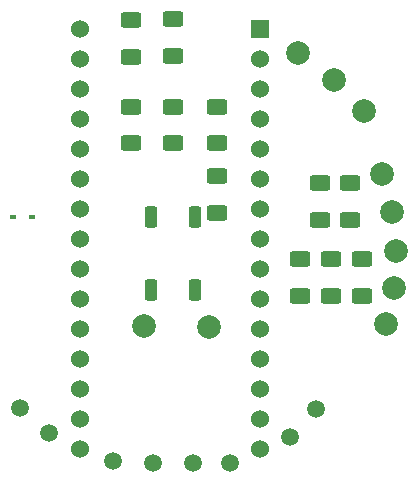
<source format=gbr>
%TF.GenerationSoftware,KiCad,Pcbnew,(6.0.8)*%
%TF.CreationDate,2022-11-18T04:38:56-05:00*%
%TF.ProjectId,Armstrong_v2.0,41726d73-7472-46f6-9e67-5f76322e302e,rev?*%
%TF.SameCoordinates,Original*%
%TF.FileFunction,Soldermask,Bot*%
%TF.FilePolarity,Negative*%
%FSLAX46Y46*%
G04 Gerber Fmt 4.6, Leading zero omitted, Abs format (unit mm)*
G04 Created by KiCad (PCBNEW (6.0.8)) date 2022-11-18 04:38:56*
%MOMM*%
%LPD*%
G01*
G04 APERTURE LIST*
G04 Aperture macros list*
%AMRoundRect*
0 Rectangle with rounded corners*
0 $1 Rounding radius*
0 $2 $3 $4 $5 $6 $7 $8 $9 X,Y pos of 4 corners*
0 Add a 4 corners polygon primitive as box body*
4,1,4,$2,$3,$4,$5,$6,$7,$8,$9,$2,$3,0*
0 Add four circle primitives for the rounded corners*
1,1,$1+$1,$2,$3*
1,1,$1+$1,$4,$5*
1,1,$1+$1,$6,$7*
1,1,$1+$1,$8,$9*
0 Add four rect primitives between the rounded corners*
20,1,$1+$1,$2,$3,$4,$5,0*
20,1,$1+$1,$4,$5,$6,$7,0*
20,1,$1+$1,$6,$7,$8,$9,0*
20,1,$1+$1,$8,$9,$2,$3,0*%
G04 Aperture macros list end*
%ADD10C,2.000000*%
%ADD11RoundRect,0.275000X-0.275000X0.625000X-0.275000X-0.625000X0.275000X-0.625000X0.275000X0.625000X0*%
%ADD12R,0.540000X0.420000*%
%ADD13RoundRect,0.250000X-0.625000X0.400000X-0.625000X-0.400000X0.625000X-0.400000X0.625000X0.400000X0*%
%ADD14RoundRect,0.250000X0.625000X-0.400000X0.625000X0.400000X-0.625000X0.400000X-0.625000X-0.400000X0*%
%ADD15C,1.500000*%
%ADD16R,1.524000X1.524000*%
%ADD17C,1.524000*%
G04 APERTURE END LIST*
D10*
%TO.C,TP20*%
X113650000Y-85300000D03*
%TD*%
%TO.C,TP19*%
X116150000Y-87900000D03*
%TD*%
%TO.C,TP18*%
X110600000Y-83000000D03*
%TD*%
D11*
%TO.C,SW\u002A\u002A1*%
X98150000Y-96900000D03*
X101850000Y-96900000D03*
X98150000Y-103100000D03*
X101850000Y-103100000D03*
%TD*%
D12*
%TO.C,D1*%
X88050000Y-96900000D03*
X86450000Y-96900000D03*
%TD*%
D13*
%TO.C,R12*%
X115000000Y-94050000D03*
X115000000Y-97150000D03*
%TD*%
D14*
%TO.C,R11*%
X112400000Y-97150000D03*
X112400000Y-94050000D03*
%TD*%
D13*
%TO.C,R10*%
X96400000Y-87550000D03*
X96400000Y-90650000D03*
%TD*%
D14*
%TO.C,R9*%
X103700000Y-96550000D03*
X103700000Y-93450000D03*
%TD*%
%TO.C,R7*%
X96400000Y-83350000D03*
X96400000Y-80250000D03*
%TD*%
%TO.C,R6*%
X103700000Y-90650000D03*
X103700000Y-87550000D03*
%TD*%
D13*
%TO.C,R5*%
X100000000Y-80150000D03*
X100000000Y-83250000D03*
%TD*%
D14*
%TO.C,R4*%
X100000000Y-90650000D03*
X100000000Y-87550000D03*
%TD*%
D13*
%TO.C,R3*%
X116000000Y-100450000D03*
X116000000Y-103550000D03*
%TD*%
D14*
%TO.C,R2*%
X113400000Y-103550000D03*
X113400000Y-100450000D03*
%TD*%
D13*
%TO.C,R1*%
X110750000Y-100450000D03*
X110750000Y-103550000D03*
%TD*%
D15*
%TO.C,TP13*%
X89500000Y-115200000D03*
%TD*%
%TO.C,TP12*%
X87000000Y-113100000D03*
%TD*%
%TO.C,TP11*%
X104800000Y-117700000D03*
%TD*%
%TO.C,TP10*%
X109900000Y-115500000D03*
%TD*%
%TO.C,TP9*%
X101700000Y-117700000D03*
%TD*%
%TO.C,TP8*%
X112100000Y-113200000D03*
%TD*%
%TO.C,TP7*%
X98300000Y-117700000D03*
%TD*%
%TO.C,TP6*%
X94900000Y-117600000D03*
%TD*%
D10*
%TO.C,TP4*%
X117700000Y-93300000D03*
%TD*%
%TO.C,TP3*%
X118700000Y-102900000D03*
%TD*%
%TO.C,TP15*%
X103050000Y-106200000D03*
%TD*%
D16*
%TO.C,U1*%
X107346750Y-80970000D03*
D17*
X107346750Y-83510000D03*
X107346750Y-86050000D03*
X107346750Y-88590000D03*
X107346750Y-91130000D03*
X107346750Y-93670000D03*
X107346750Y-96210000D03*
X107346750Y-98750000D03*
X107346750Y-101290000D03*
X107346750Y-103830000D03*
X107346750Y-106370000D03*
X107346750Y-108910000D03*
X107346750Y-111450000D03*
X107346750Y-113990000D03*
X107346750Y-116530000D03*
X92106750Y-116530000D03*
X92106750Y-113990000D03*
X92106750Y-111450000D03*
X92106750Y-108910000D03*
X92106750Y-106370000D03*
X92106750Y-103830000D03*
X92106750Y-101290000D03*
X92106750Y-98750000D03*
X92106750Y-96210000D03*
X92106750Y-93670000D03*
X92106750Y-91130000D03*
X92106750Y-88590000D03*
X92106750Y-86050000D03*
X92106750Y-83510000D03*
X92106750Y-80970000D03*
%TD*%
D10*
%TO.C,TP14*%
X97550000Y-106150000D03*
%TD*%
%TO.C,TP2*%
X118500000Y-96500000D03*
%TD*%
%TO.C,TP5*%
X118900000Y-99800000D03*
%TD*%
%TO.C,TP1*%
X118000000Y-106000000D03*
%TD*%
M02*

</source>
